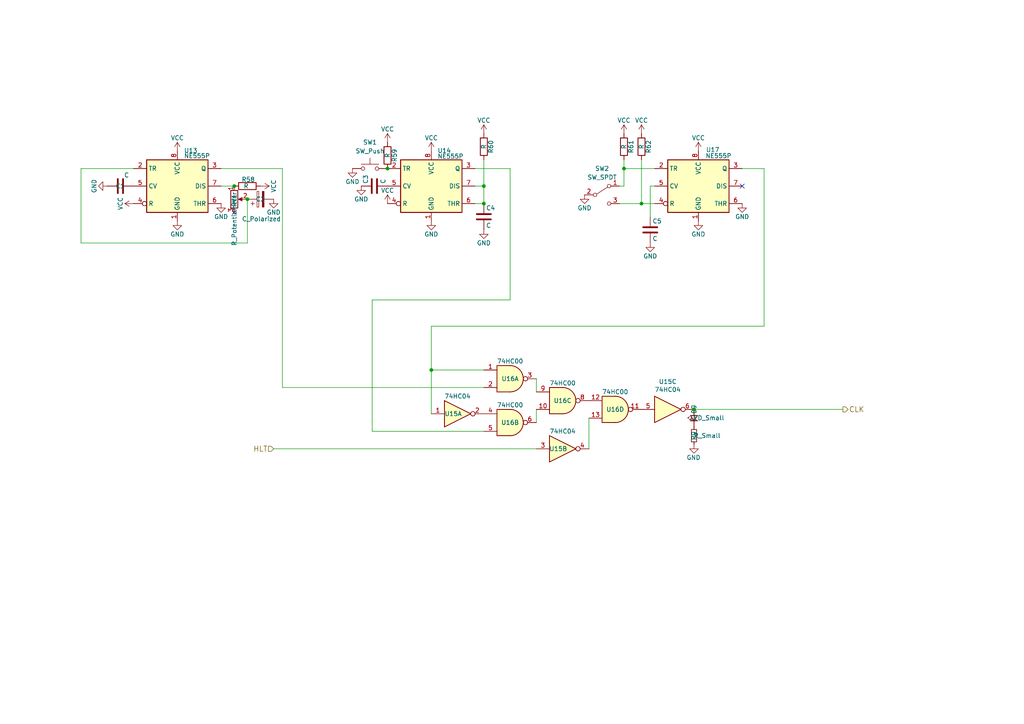
<source format=kicad_sch>
(kicad_sch (version 20230121) (generator eeschema)
  (paper "A4")
  (lib_symbols
    (symbol "74xx:74HC00" (pin_names (offset 1.016))
      (property "Reference" "U" (at 0 1.27 0))
      (property "Value" "74HC00" (at 0 -1.27 0))
      (symbol "74HC00_1_1"
        (arc (start 0 -3.81) (mid 3.7934 0) (end 0 3.81) (stroke (width 0.254)) (fill (type background)))
        (polyline (pts (xy 0 3.81) (xy -3.81 3.81) (xy -3.81 -3.81) (xy 0 -3.81)) (stroke (width 0.254)) (fill (type background)))
        (pin input line (at -7.62 2.54 0) (length 3.81) (name "~") (number "1"))
        (pin input line (at -7.62 -2.54 0) (length 3.81) (name "~") (number "2"))
        (pin output inverted (at 7.62 0 180) (length 3.81) (name "~") (number "3"))
      )
      (symbol "74HC00_1_2"
        (arc (start -3.81 -3.81) (mid -2.589 0) (end -3.81 3.81) (stroke (width 0.254)))
        (arc (start -0.6096 -3.81) (mid 2.1842 -2.5851) (end 3.81 0) (stroke (width 0.254)) (fill (type background)))
        (polyline (pts (xy -3.81 -3.81) (xy -0.635 -3.81)) (stroke (width 0.254)) (fill (type background)))
        (polyline (pts (xy -3.81 3.81) (xy -0.635 3.81)) (stroke (width 0.254)) (fill (type background)))
        (polyline (pts (xy -0.635 3.81) (xy -3.81 3.81) (xy -3.81 3.81) (xy -3.556 3.4036) (xy -3.0226 2.2606) (xy -2.6924 1.0414) (xy -2.6162 -0.254) (xy -2.7686 -1.4986) (xy -3.175 -2.7178) (xy -3.81 -3.81) (xy -3.81 -3.81) (xy -0.635 -3.81)) (stroke (width -25.4)) (fill (type background)))
        (arc (start 3.81 0) (mid 2.1915 2.5936) (end -0.6096 3.81) (stroke (width 0.254)) (fill (type background)))
        (pin input inverted (at -7.62 2.54 0) (length 4.318) (name "~") (number "1"))
        (pin input inverted (at -7.62 -2.54 0) (length 4.318) (name "~") (number "2"))
        (pin output line (at 7.62 0 180) (length 3.81) (name "~") (number "3"))
      )
      (symbol "74HC00_2_1"
        (arc (start 0 -3.81) (mid 3.7934 0) (end 0 3.81) (stroke (width 0.254)) (fill (type background)))
        (polyline (pts (xy 0 3.81) (xy -3.81 3.81) (xy -3.81 -3.81) (xy 0 -3.81)) (stroke (width 0.254)) (fill (type background)))
        (pin input line (at -7.62 2.54 0) (length 3.81) (name "~") (number "4"))
        (pin input line (at -7.62 -2.54 0) (length 3.81) (name "~") (number "5"))
        (pin output inverted (at 7.62 0 180) (length 3.81) (name "~") (number "6"))
      )
      (symbol "74HC00_2_2"
        (arc (start -3.81 -3.81) (mid -2.589 0) (end -3.81 3.81) (stroke (width 0.254)))
        (arc (start -0.6096 -3.81) (mid 2.1842 -2.5851) (end 3.81 0) (stroke (width 0.254)) (fill (type background)))
        (polyline (pts (xy -3.81 -3.81) (xy -0.635 -3.81)) (stroke (width 0.254)) (fill (type background)))
        (polyline (pts (xy -3.81 3.81) (xy -0.635 3.81)) (stroke (width 0.254)) (fill (type background)))
        (polyline (pts (xy -0.635 3.81) (xy -3.81 3.81) (xy -3.81 3.81) (xy -3.556 3.4036) (xy -3.0226 2.2606) (xy -2.6924 1.0414) (xy -2.6162 -0.254) (xy -2.7686 -1.4986) (xy -3.175 -2.7178) (xy -3.81 -3.81) (xy -3.81 -3.81) (xy -0.635 -3.81)) (stroke (width -25.4)) (fill (type background)))
        (arc (start 3.81 0) (mid 2.1915 2.5936) (end -0.6096 3.81) (stroke (width 0.254)) (fill (type background)))
        (pin input inverted (at -7.62 2.54 0) (length 4.318) (name "~") (number "4"))
        (pin input inverted (at -7.62 -2.54 0) (length 4.318) (name "~") (number "5"))
        (pin output line (at 7.62 0 180) (length 3.81) (name "~") (number "6"))
      )
      (symbol "74HC00_3_1"
        (arc (start 0 -3.81) (mid 3.7934 0) (end 0 3.81) (stroke (width 0.254)) (fill (type background)))
        (polyline (pts (xy 0 3.81) (xy -3.81 3.81) (xy -3.81 -3.81) (xy 0 -3.81)) (stroke (width 0.254)) (fill (type background)))
        (pin input line (at -7.62 -2.54 0) (length 3.81) (name "~") (number "10"))
        (pin output inverted (at 7.62 0 180) (length 3.81) (name "~") (number "8"))
        (pin input line (at -7.62 2.54 0) (length 3.81) (name "~") (number "9"))
      )
      (symbol "74HC00_3_2"
        (arc (start -3.81 -3.81) (mid -2.589 0) (end -3.81 3.81) (stroke (width 0.254)))
        (arc (start -0.6096 -3.81) (mid 2.1842 -2.5851) (end 3.81 0) (stroke (width 0.254)) (fill (type background)))
        (polyline (pts (xy -3.81 -3.81) (xy -0.635 -3.81)) (stroke (width 0.254)) (fill (type background)))
        (polyline (pts (xy -3.81 3.81) (xy -0.635 3.81)) (stroke (width 0.254)) (fill (type background)))
        (polyline (pts (xy -0.635 3.81) (xy -3.81 3.81) (xy -3.81 3.81) (xy -3.556 3.4036) (xy -3.0226 2.2606) (xy -2.6924 1.0414) (xy -2.6162 -0.254) (xy -2.7686 -1.4986) (xy -3.175 -2.7178) (xy -3.81 -3.81) (xy -3.81 -3.81) (xy -0.635 -3.81)) (stroke (width -25.4)) (fill (type background)))
        (arc (start 3.81 0) (mid 2.1915 2.5936) (end -0.6096 3.81) (stroke (width 0.254)) (fill (type background)))
        (pin input inverted (at -7.62 -2.54 0) (length 4.318) (name "~") (number "10"))
        (pin output line (at 7.62 0 180) (length 3.81) (name "~") (number "8"))
        (pin input inverted (at -7.62 2.54 0) (length 4.318) (name "~") (number "9"))
      )
      (symbol "74HC00_4_1"
        (arc (start 0 -3.81) (mid 3.7934 0) (end 0 3.81) (stroke (width 0.254)) (fill (type background)))
        (polyline (pts (xy 0 3.81) (xy -3.81 3.81) (xy -3.81 -3.81) (xy 0 -3.81)) (stroke (width 0.254)) (fill (type background)))
        (pin output inverted (at 7.62 0 180) (length 3.81) (name "~") (number "11"))
        (pin input line (at -7.62 2.54 0) (length 3.81) (name "~") (number "12"))
        (pin input line (at -7.62 -2.54 0) (length 3.81) (name "~") (number "13"))
      )
      (symbol "74HC00_4_2"
        (arc (start -3.81 -3.81) (mid -2.589 0) (end -3.81 3.81) (stroke (width 0.254)))
        (arc (start -0.6096 -3.81) (mid 2.1842 -2.5851) (end 3.81 0) (stroke (width 0.254)) (fill (type background)))
        (polyline (pts (xy -3.81 -3.81) (xy -0.635 -3.81)) (stroke (width 0.254)) (fill (type background)))
        (polyline (pts (xy -3.81 3.81) (xy -0.635 3.81)) (stroke (width 0.254)) (fill (type background)))
        (polyline (pts (xy -0.635 3.81) (xy -3.81 3.81) (xy -3.81 3.81) (xy -3.556 3.4036) (xy -3.0226 2.2606) (xy -2.6924 1.0414) (xy -2.6162 -0.254) (xy -2.7686 -1.4986) (xy -3.175 -2.7178) (xy -3.81 -3.81) (xy -3.81 -3.81) (xy -0.635 -3.81)) (stroke (width -25.4)) (fill (type background)))
        (arc (start 3.81 0) (mid 2.1915 2.5936) (end -0.6096 3.81) (stroke (width 0.254)) (fill (type background)))
        (pin output line (at 7.62 0 180) (length 3.81) (name "~") (number "11"))
        (pin input inverted (at -7.62 2.54 0) (length 4.318) (name "~") (number "12"))
        (pin input inverted (at -7.62 -2.54 0) (length 4.318) (name "~") (number "13"))
      )
      (symbol "74HC00_5_0"
        (pin power_in line (at 0 12.7 270) (length 5.08) (name "VCC") (number "14"))
        (pin power_in line (at 0 -12.7 90) (length 5.08) (name "GND") (number "7"))
      )
      (symbol "74HC00_5_1"
        (rectangle (start -5.08 7.62) (end 5.08 -7.62) (stroke (width 0.254)) (fill (type background)))
      )
    )
    (symbol "74xx:74HC04"
      (property "Reference" "U" (at 0 1.27 0))
      (property "Value" "74HC04" (at 0 -1.27 0))
      (symbol "74HC04_1_0"
        (polyline (pts (xy -3.81 3.81) (xy -3.81 -3.81) (xy 3.81 0) (xy -3.81 3.81)) (stroke (width 0.254)) (fill (type background)))
        (pin input line (at -7.62 0 0) (length 3.81) (name "~") (number "1"))
        (pin output inverted (at 7.62 0 180) (length 3.81) (name "~") (number "2"))
      )
      (symbol "74HC04_2_0"
        (polyline (pts (xy -3.81 3.81) (xy -3.81 -3.81) (xy 3.81 0) (xy -3.81 3.81)) (stroke (width 0.254)) (fill (type background)))
        (pin input line (at -7.62 0 0) (length 3.81) (name "~") (number "3"))
        (pin output inverted (at 7.62 0 180) (length 3.81) (name "~") (number "4"))
      )
      (symbol "74HC04_3_0"
        (polyline (pts (xy -3.81 3.81) (xy -3.81 -3.81) (xy 3.81 0) (xy -3.81 3.81)) (stroke (width 0.254)) (fill (type background)))
        (pin input line (at -7.62 0 0) (length 3.81) (name "~") (number "5"))
        (pin output inverted (at 7.62 0 180) (length 3.81) (name "~") (number "6"))
      )
      (symbol "74HC04_4_0"
        (polyline (pts (xy -3.81 3.81) (xy -3.81 -3.81) (xy 3.81 0) (xy -3.81 3.81)) (stroke (width 0.254)) (fill (type background)))
        (pin output inverted (at 7.62 0 180) (length 3.81) (name "~") (number "8"))
        (pin input line (at -7.62 0 0) (length 3.81) (name "~") (number "9"))
      )
      (symbol "74HC04_5_0"
        (polyline (pts (xy -3.81 3.81) (xy -3.81 -3.81) (xy 3.81 0) (xy -3.81 3.81)) (stroke (width 0.254)) (fill (type background)))
        (pin output inverted (at 7.62 0 180) (length 3.81) (name "~") (number "10"))
        (pin input line (at -7.62 0 0) (length 3.81) (name "~") (number "11"))
      )
      (symbol "74HC04_6_0"
        (polyline (pts (xy -3.81 3.81) (xy -3.81 -3.81) (xy 3.81 0) (xy -3.81 3.81)) (stroke (width 0.254)) (fill (type background)))
        (pin output inverted (at 7.62 0 180) (length 3.81) (name "~") (number "12"))
        (pin input line (at -7.62 0 0) (length 3.81) (name "~") (number "13"))
      )
      (symbol "74HC04_7_0"
        (pin power_in line (at 0 12.7 270) (length 5.08) (name "VCC") (number "14"))
        (pin power_in line (at 0 -12.7 90) (length 5.08) (name "GND") (number "7"))
      )
      (symbol "74HC04_7_1"
        (rectangle (start -5.08 7.62) (end 5.08 -7.62) (stroke (width 0.254)) (fill (type background)))
      )
    )
    (symbol "Device:C" (pin_numbers hide) (pin_names (offset 0.254))
      (property "Reference" "C" (at 0.635 2.54 0))
      (property "Value" "C" (at 0.635 -2.54 0))
      (symbol "C_0_1"
        (polyline (pts (xy -2.032 -0.762) (xy 2.032 -0.762)) (stroke (width 0.508)))
        (polyline (pts (xy -2.032 0.762) (xy 2.032 0.762)) (stroke (width 0.508)))
      )
      (symbol "C_1_1"
        (pin passive line (at 0 3.81 270) (length 2.794) (name "~") (number "1"))
        (pin passive line (at 0 -3.81 90) (length 2.794) (name "~") (number "2"))
      )
    )
    (symbol "Device:C_Polarized" (pin_numbers hide) (pin_names (offset 0.254))
      (property "Reference" "C" (at 0.635 2.54 0))
      (property "Value" "C_Polarized" (at 0.635 -2.54 0))
      (symbol "C_Polarized_0_1"
        (rectangle (start -2.286 0.508) (end 2.286 1.016))
        (polyline (pts (xy -1.778 2.286) (xy -0.762 2.286)))
        (polyline (pts (xy -1.27 2.794) (xy -1.27 1.778)))
        (rectangle (start 2.286 -0.508) (end -2.286 -1.016) (fill (type outline)))
      )
      (symbol "C_Polarized_1_1"
        (pin passive line (at 0 3.81 270) (length 2.794) (name "~") (number "1"))
        (pin passive line (at 0 -3.81 90) (length 2.794) (name "~") (number "2"))
      )
    )
    (symbol "Device:LED_Small" (pin_numbers hide) (pin_names (offset 0.254) hide)
      (property "Reference" "D" (at -1.27 3.175 0))
      (property "Value" "LED_Small" (at -4.445 -2.54 0))
      (symbol "LED_Small_0_1"
        (polyline (pts (xy -0.762 -1.016) (xy -0.762 1.016)) (stroke (width 0.254)))
        (polyline (pts (xy 1.016 0) (xy -0.762 0)))
        (polyline (pts (xy 0.762 -1.016) (xy -0.762 0) (xy 0.762 1.016) (xy 0.762 -1.016)) (stroke (width 0.254)))
        (polyline (pts (xy 0 0.762) (xy -0.508 1.27) (xy -0.254 1.27) (xy -0.508 1.27) (xy -0.508 1.016)))
        (polyline (pts (xy 0.508 1.27) (xy 0 1.778) (xy 0.254 1.778) (xy 0 1.778) (xy 0 1.524)))
      )
      (symbol "LED_Small_1_1"
        (pin passive line (at -2.54 0 0) (length 1.778) (name "K") (number "1"))
        (pin passive line (at 2.54 0 180) (length 1.778) (name "A") (number "2"))
      )
    )
    (symbol "Device:R" (pin_numbers hide) (pin_names (offset 0))
      (property "Reference" "R" (at 2.032 0 90))
      (property "Value" "R" (at 0 0 90))
      (symbol "R_0_1"
        (rectangle (start -1.016 -2.54) (end 1.016 2.54) (stroke (width 0.254)))
      )
      (symbol "R_1_1"
        (pin passive line (at 0 3.81 270) (length 1.27) (name "~") (number "1"))
        (pin passive line (at 0 -3.81 90) (length 1.27) (name "~") (number "2"))
      )
    )
    (symbol "Device:R_Potentiometer" (pin_names (offset 1.016) hide)
      (property "Reference" "RV" (at -4.445 0 90))
      (property "Value" "R_Potentiometer" (at -2.54 0 90))
      (symbol "R_Potentiometer_0_1"
        (polyline (pts (xy 2.54 0) (xy 1.524 0)))
        (polyline (pts (xy 1.143 0) (xy 2.286 0.508) (xy 2.286 -0.508) (xy 1.143 0)) (fill (type outline)))
        (rectangle (start 1.016 2.54) (end -1.016 -2.54) (stroke (width 0.254)))
      )
      (symbol "R_Potentiometer_1_1"
        (pin passive line (at 0 3.81 270) (length 1.27) (name "1") (number "1"))
        (pin passive line (at 3.81 0 180) (length 1.27) (name "2") (number "2"))
        (pin passive line (at 0 -3.81 90) (length 1.27) (name "3") (number "3"))
      )
    )
    (symbol "Device:R_Small" (pin_numbers hide) (pin_names (offset 0.254) hide)
      (property "Reference" "R" (at 0.762 0.508 0))
      (property "Value" "R_Small" (at 0.762 -1.016 0))
      (symbol "R_Small_0_1"
        (rectangle (start -0.762 1.778) (end 0.762 -1.778) (stroke (width 0.2032)))
      )
      (symbol "R_Small_1_1"
        (pin passive line (at 0 2.54 270) (length 0.762) (name "~") (number "1"))
        (pin passive line (at 0 -2.54 90) (length 0.762) (name "~") (number "2"))
      )
    )
    (symbol "Switch:SW_Push" (pin_numbers hide) (pin_names (offset 1.016) hide)
      (property "Reference" "SW" (at 1.27 2.54 0))
      (property "Value" "SW_Push" (at 0 -1.524 0))
      (symbol "SW_Push_0_1"
        (circle (center -2.032 0) (radius 0.508))
        (polyline (pts (xy 0 1.27) (xy 0 3.048)))
        (polyline (pts (xy 2.54 1.27) (xy -2.54 1.27)))
        (circle (center 2.032 0) (radius 0.508))
        (pin passive line (at -5.08 0 0) (length 2.54) (name "1") (number "1"))
        (pin passive line (at 5.08 0 180) (length 2.54) (name "2") (number "2"))
      )
    )
    (symbol "Switch:SW_SPDT" (pin_names (offset 0) hide)
      (property "Reference" "SW" (at 0 4.318 0))
      (property "Value" "SW_SPDT" (at 0 -5.08 0))
      (symbol "SW_SPDT_0_0"
        (circle (center -2.032 0) (radius 0.508))
        (circle (center 2.032 -2.54) (radius 0.508))
      )
      (symbol "SW_SPDT_0_1"
        (polyline (pts (xy -1.524 0.254) (xy 1.651 2.286)))
        (circle (center 2.032 2.54) (radius 0.508))
      )
      (symbol "SW_SPDT_1_1"
        (pin passive line (at 5.08 2.54 180) (length 2.54) (name "A") (number "1"))
        (pin passive line (at -5.08 0 0) (length 2.54) (name "B") (number "2"))
        (pin passive line (at 5.08 -2.54 180) (length 2.54) (name "C") (number "3"))
      )
    )
    (symbol "Timer:NE555P"
      (property "Reference" "U" (at -10.16 8.89 0))
      (property "Value" "NE555P" (at 2.54 8.89 0))
      (symbol "NE555P_0_0"
        (pin power_in line (at 0 -10.16 90) (length 2.54) (name "GND") (number "1"))
        (pin power_in line (at 0 10.16 270) (length 2.54) (name "VCC") (number "8"))
      )
      (symbol "NE555P_0_1"
        (rectangle (start -8.89 -7.62) (end 8.89 7.62) (stroke (width 0.254)) (fill (type background)))
        (rectangle (start -8.89 -7.62) (end 8.89 7.62) (stroke (width 0.254)) (fill (type background)))
      )
      (symbol "NE555P_1_1"
        (pin input line (at -12.7 5.08 0) (length 3.81) (name "TR") (number "2"))
        (pin output line (at 12.7 5.08 180) (length 3.81) (name "Q") (number "3"))
        (pin input inverted (at -12.7 -5.08 0) (length 3.81) (name "R") (number "4"))
        (pin input line (at -12.7 0 0) (length 3.81) (name "CV") (number "5"))
        (pin input line (at 12.7 -5.08 180) (length 3.81) (name "THR") (number "6"))
        (pin input line (at 12.7 0 180) (length 3.81) (name "DIS") (number "7"))
      )
    )
    (symbol "power:GND" (power) (pin_names (offset 0))
      (property "Value" "GND" (at 0 -3.81 0))
      (symbol "GND_0_1"
        (polyline (pts (xy 0 0) (xy 0 -1.27) (xy 1.27 -1.27) (xy 0 -2.54) (xy -1.27 -1.27) (xy 0 -1.27)))
      )
      (symbol "GND_1_1"
        (pin power_in line (at 0 0 270) (length 0) hide (name "GND") (number "1"))
      )
    )
    (symbol "power:VCC" (power) (pin_names (offset 0))
      (property "Value" "VCC" (at 0 3.81 0))
      (symbol "VCC_0_1"
        (polyline (pts (xy -0.762 1.27) (xy 0 2.54)))
        (polyline (pts (xy 0 0) (xy 0 2.54)))
        (polyline (pts (xy 0 2.54) (xy 0.762 1.27)))
      )
      (symbol "VCC_1_1"
        (pin power_in line (at 0 0 90) (length 0) hide (name "VCC") (number "1"))
      )
    )
  )
  (junction (at 201.295 118.745))
  (junction (at 186.055 59.055))
  (junction (at 71.755 57.785))
  (junction (at 125.095 107.315))
  (junction (at 180.975 48.895))
  (junction (at 140.335 59.055))
  (junction (at 140.335 53.975))
  (junction (at 112.395 48.895))
  (junction (at 67.945 53.975))
  (no_connect (at 67.945 61.595))
  (no_connect (at 215.265 53.975))
  (wire (pts (xy 137.795 53.975) (xy 140.335 53.975)))
  (wire (pts (xy 107.95 86.995) (xy 107.95 125.095)))
  (wire (pts (xy 155.575 118.745) (xy 155.575 122.555)))
  (wire (pts (xy 188.595 53.975) (xy 188.595 62.865)))
  (wire (pts (xy 180.975 48.895) (xy 189.865 48.895)))
  (wire (pts (xy 64.135 53.975) (xy 67.945 53.975)))
  (wire (pts (xy 107.95 125.095) (xy 140.335 125.095)))
  (wire (pts (xy 201.295 118.745) (xy 244.475 118.745)))
  (wire (pts (xy 170.815 121.285) (xy 170.815 130.175)))
  (wire (pts (xy 186.055 59.055) (xy 189.865 59.055)))
  (wire (pts (xy 155.575 130.175) (xy 79.375 130.175)))
  (wire (pts (xy 23.495 48.895) (xy 23.495 70.485)))
  (wire (pts (xy 189.865 53.975) (xy 188.595 53.975)))
  (wire (pts (xy 221.615 94.615) (xy 221.615 48.895)))
  (wire (pts (xy 137.795 48.895) (xy 147.955 48.895)))
  (wire (pts (xy 71.755 57.785) (xy 71.755 70.485)))
  (wire (pts (xy 180.975 46.355) (xy 180.975 48.895)))
  (wire (pts (xy 186.055 46.355) (xy 186.055 59.055)))
  (wire (pts (xy 140.335 107.315) (xy 125.095 107.315)))
  (wire (pts (xy 64.135 48.895) (xy 81.915 48.895)))
  (wire (pts (xy 179.705 59.055) (xy 186.055 59.055)))
  (wire (pts (xy 147.955 48.895) (xy 147.955 86.995)))
  (wire (pts (xy 81.915 48.895) (xy 81.915 112.395)))
  (wire (pts (xy 125.095 107.315) (xy 125.095 94.615)))
  (wire (pts (xy 140.335 59.055) (xy 137.795 59.055)))
  (wire (pts (xy 125.095 94.615) (xy 221.615 94.615)))
  (wire (pts (xy 125.095 107.315) (xy 125.095 120.015)))
  (wire (pts (xy 180.975 53.975) (xy 179.705 53.975)))
  (wire (pts (xy 221.615 48.895) (xy 215.265 48.895)))
  (wire (pts (xy 155.575 109.855) (xy 155.575 113.665)))
  (wire (pts (xy 180.975 48.895) (xy 180.975 53.975)))
  (wire (pts (xy 71.755 70.485) (xy 23.495 70.485)))
  (wire (pts (xy 38.735 48.895) (xy 23.495 48.895)))
  (wire (pts (xy 107.95 86.995) (xy 147.955 86.995)))
  (wire (pts (xy 140.335 53.975) (xy 140.335 59.055)))
  (wire (pts (xy 140.335 112.395) (xy 81.915 112.395)))
  (wire (pts (xy 140.335 46.355) (xy 140.335 53.975)))
  (hierarchical_label "HLT" (shape input) (at 79.375 130.175 180) (effects (font (size 1.524 1.524))))
  (hierarchical_label "CLK" (shape output) (at 244.475 118.745 0) (effects (font (size 1.524 1.524))))
  (symbol (lib_id "Device:R") (at 71.755 53.975 90) (unit 1)
    (property "Reference" "R58" (at 72.009 52.07 90))
    (property "Value" "R" (at 71.374 53.975 90))
    (property "Footprint" "Resistor_THT:R_Axial_DIN0207_L6.3mm_D2.5mm_P7.62mm_Horizontal" (effects hide))
  )
  (symbol (lib_id "Device:R") (at 112.395 45.085 0) (unit 1)
    (property "Reference" "R59" (at 114.427 45.085 90))
    (property "Value" "R" (at 112.395 45.085 90))
    (property "Footprint" "Resistor_THT:R_Axial_DIN0207_L6.3mm_D2.5mm_P7.62mm_Horizontal" (effects hide))
  )
  (symbol (lib_id "Device:R") (at 186.055 42.545 0) (unit 1)
    (property "Reference" "R62" (at 188.087 42.545 90))
    (property "Value" "R" (at 186.055 42.545 90))
    (property "Footprint" "Resistor_THT:R_Axial_DIN0207_L6.3mm_D2.5mm_P7.62mm_Horizontal" (effects hide))
  )
  (symbol (lib_id "Device:R") (at 180.975 42.545 0) (unit 1)
    (property "Reference" "R61" (at 183.007 42.545 90))
    (property "Value" "R" (at 180.975 42.545 90))
    (property "Footprint" "Resistor_THT:R_Axial_DIN0207_L6.3mm_D2.5mm_P7.62mm_Horizontal" (effects hide))
  )
  (symbol (lib_id "Device:R") (at 140.335 42.545 0) (unit 1)
    (property "Reference" "R60" (at 142.367 42.545 90))
    (property "Value" "R" (at 140.335 42.545 90))
    (property "Footprint" "Resistor_THT:R_Axial_DIN0207_L6.3mm_D2.5mm_P7.62mm_Horizontal" (effects hide))
  )
  (symbol (lib_id "Device:C") (at 34.925 53.975 90) (unit 1)
    (property "Reference" "C1" (at 36.195 53.975 90) (effects (justify left)))
    (property "Value" "C" (at 37.465 50.8 90) (effects (justify left)))
    (property "Footprint" "Capacitor_THT:C_Disc_D4.3mm_W1.9mm_P5.00mm" (effects hide))
  )
  (symbol (lib_id "Device:C") (at 108.585 53.975 90) (unit 1)
    (property "Reference" "C3" (at 106.045 53.34 0) (effects (justify left)))
    (property "Value" "C" (at 111.125 53.34 0) (effects (justify left)))
    (property "Footprint" "Capacitor_THT:C_Disc_D4.3mm_W1.9mm_P5.00mm" (effects hide))
  )
  (symbol (lib_id "Device:C") (at 188.595 66.675 0) (unit 1)
    (property "Reference" "C5" (at 189.23 64.135 0) (effects (justify left)))
    (property "Value" "C" (at 189.23 69.215 0) (effects (justify left)))
    (property "Footprint" "Capacitor_THT:C_Disc_D4.3mm_W1.9mm_P5.00mm" (effects hide))
  )
  (symbol (lib_id "Device:C") (at 140.335 62.865 0) (unit 1)
    (property "Reference" "C4" (at 140.97 60.325 0) (effects (justify left)))
    (property "Value" "C" (at 140.97 65.405 0) (effects (justify left)))
    (property "Footprint" "Capacitor_THT:C_Disc_D4.3mm_W1.9mm_P5.00mm" (effects hide))
  )
  (symbol (lib_id "power:GND") (at 79.375 57.785 0) (unit 1)
    (property "Reference" "#PWR075" (effects hide))
    (property "Value" "GND" (at 79.375 61.595 0))
  )
  (symbol (lib_id "power:GND") (at 140.335 66.675 0) (unit 1)
    (property "Reference" "#PWR083" (effects hide))
    (property "Value" "GND" (at 140.335 70.485 0))
  )
  (symbol (lib_id "power:GND") (at 169.545 56.515 0) (unit 1)
    (property "Reference" "#PWR084" (effects hide))
    (property "Value" "GND" (at 169.545 60.325 0))
  )
  (symbol (lib_id "power:VCC") (at 75.565 53.975 270) (unit 1)
    (property "Reference" "#PWR074" (effects hide))
    (property "Value" "VCC" (at 79.375 53.975 0))
  )
  (symbol (lib_id "power:VCC") (at 112.395 41.275 0) (unit 1)
    (property "Reference" "#PWR078" (effects hide))
    (property "Value" "VCC" (at 112.395 37.465 0))
  )
  (symbol (lib_id "power:VCC") (at 202.565 43.815 0) (unit 1)
    (property "Reference" "#PWR089" (effects hide))
    (property "Value" "VCC" (at 202.565 40.005 0))
  )
  (symbol (lib_id "74xx:74HC00") (at 147.955 109.855 0) (unit 1)
    (property "Reference" "U16" (at 147.955 109.855 0))
    (property "Value" "74HC00" (at 147.955 104.775 0))
    (property "Datasheet" "http://www.ti.com/lit/gpn/sn74hc00" (effects hide))
  )
  (symbol (lib_id "74xx:74HC00") (at 147.955 122.555 0) (unit 2)
    (property "Reference" "U16" (at 147.955 122.555 0))
    (property "Value" "74HC00" (at 147.955 117.475 0))
    (property "Datasheet" "http://www.ti.com/lit/gpn/sn74hc00" (effects hide))
  )
  (symbol (lib_id "74xx:74HC00") (at 163.195 116.205 0) (unit 3)
    (property "Reference" "U16" (at 163.195 116.205 0))
    (property "Value" "74HC00" (at 163.195 111.125 0))
    (property "Datasheet" "http://www.ti.com/lit/gpn/sn74hc00" (effects hide))
  )
  (symbol (lib_id "74xx:74HC00") (at 178.435 118.745 0) (unit 4)
    (property "Reference" "U16" (at 178.435 118.745 0))
    (property "Value" "74HC00" (at 178.435 113.665 0))
    (property "Datasheet" "http://www.ti.com/lit/gpn/sn74hc00" (effects hide))
  )
  (symbol (lib_id "74xx:74HC04") (at 132.715 120.015 0) (unit 1)
    (property "Reference" "U15" (at 131.445 120.015 0))
    (property "Value" "74HC04" (at 132.715 114.935 0))
    (property "Datasheet" "https://assets.nexperia.com/documents/data-sheet/74HC_HCT04.pdf" (effects hide))
  )
  (symbol (lib_id "74xx:74HC04") (at 163.195 130.175 0) (unit 2)
    (property "Reference" "U15" (at 161.925 130.175 0))
    (property "Value" "74HC04" (at 163.195 125.095 0))
    (property "Datasheet" "https://assets.nexperia.com/documents/data-sheet/74HC_HCT04.pdf" (effects hide))
  )
  (symbol (lib_id "74xx:74HC04") (at 193.675 118.745 0) (unit 3)
    (property "Reference" "U15" (at 193.675 110.6932 0))
    (property "Value" "74HC04" (at 193.675 113.0046 0))
    (property "Datasheet" "https://assets.nexperia.com/documents/data-sheet/74HC_HCT04.pdf" (effects hide))
  )
  (symbol (lib_id "power:GND") (at 104.775 53.975 0) (unit 1)
    (property "Reference" "#PWR077" (effects hide))
    (property "Value" "GND" (at 104.775 57.785 0))
  )
  (symbol (lib_id "power:GND") (at 201.295 128.905 0) (unit 1)
    (property "Reference" "#PWR04" (effects hide))
    (property "Value" "GND" (at 203.2 132.715 0) (effects (justify right)))
    (instances (project "8bit-computer" (path "" (reference "#PWR04") (unit 1)) (path "" (reference "#PWR088") (unit 1))))
  )
  (symbol (lib_id "power:GND") (at 51.435 64.135 0) (unit 1)
    (property "Reference" "#PWR072" (effects hide))
    (property "Value" "GND" (at 51.435 67.945 0))
  )
  (symbol (lib_id "power:GND") (at 125.095 64.135 0) (unit 1)
    (property "Reference" "#PWR081" (effects hide))
    (property "Value" "GND" (at 125.095 67.945 0))
  )
  (symbol (lib_id "power:GND") (at 31.115 53.975 270) (unit 1)
    (property "Reference" "#PWR069" (effects hide))
    (property "Value" "GND" (at 27.305 53.975 0))
  )
  (symbol (lib_id "power:VCC") (at 180.975 38.735 0) (unit 1)
    (property "Reference" "#PWR085" (effects hide))
    (property "Value" "VCC" (at 180.975 34.925 0))
  )
  (symbol (lib_id "power:VCC") (at 38.735 59.055 90) (unit 1)
    (property "Reference" "#PWR070" (effects hide))
    (property "Value" "VCC" (at 34.925 59.055 0))
  )
  (symbol (lib_id "power:VCC") (at 125.095 43.815 0) (unit 1)
    (property "Reference" "#PWR080" (effects hide))
    (property "Value" "VCC" (at 125.095 40.005 0))
  )
  (symbol (lib_id "power:VCC") (at 186.055 38.735 0) (unit 1)
    (property "Reference" "#PWR086" (effects hide))
    (property "Value" "VCC" (at 186.055 34.925 0))
  )
  (symbol (lib_id "power:GND") (at 215.265 59.055 0) (unit 1)
    (property "Reference" "#PWR091" (effects hide))
    (property "Value" "GND" (at 215.265 62.865 0))
  )
  (symbol (lib_id "Switch:SW_Push") (at 107.315 48.895 0) (unit 1)
    (property "Reference" "SW1" (at 107.315 41.275 0))
    (property "Value" "SW_Push" (at 107.315 43.815 0))
  )
  (symbol (lib_id "Timer:NE555P") (at 51.435 53.975 0) (unit 1)
    (property "Reference" "U13" (at 53.34 43.688 0) (effects (justify left)))
    (property "Value" "NE555P" (at 53.34 45.212 0) (effects (justify left)))
    (property "Footprint" "Package_DIP:DIP-8_W7.62mm" (effects hide))
    (property "Datasheet" "http://www.ti.com/lit/ds/symlink/ne555.pdf" (effects hide))
  )
  (symbol (lib_id "Device:R_Small") (at 201.295 126.365 0) (unit 1)
    (property "Reference" "R9" (at 201.295 126.365 90))
    (property "Value" "R_Small" (at 205.105 126.365 0))
    (instances (project "8bit-computer" (path "" (reference "R9") (unit 1)) (path "" (reference "R63") (unit 1))))
  )
  (symbol (lib_id "Device:R_Potentiometer") (at 67.945 57.785 0) (unit 1)
    (property "Reference" "RV1" (at 67.945 56.261 90) (effects (justify right)))
    (property "Value" "R_Potentiometer" (at 67.945 55.626 90) (effects (justify right)))
  )
  (symbol (lib_id "power:GND") (at 202.565 64.135 0) (unit 1)
    (property "Reference" "#PWR090" (effects hide))
    (property "Value" "GND" (at 202.565 67.945 0))
  )
  (symbol (lib_id "power:GND") (at 188.595 70.485 0) (unit 1)
    (property "Reference" "#PWR087" (effects hide))
    (property "Value" "GND" (at 188.595 74.295 0))
  )
  (symbol (lib_id "power:VCC") (at 112.395 59.055 0) (unit 1)
    (property "Reference" "#PWR079" (effects hide))
    (property "Value" "VCC" (at 112.395 55.245 0))
  )
  (symbol (lib_id "power:GND") (at 102.235 48.895 0) (unit 1)
    (property "Reference" "#PWR076" (effects hide))
    (property "Value" "GND" (at 102.235 52.705 0))
  )
  (symbol (lib_id "power:GND") (at 64.135 59.055 0) (unit 1)
    (property "Reference" "#PWR073" (effects hide))
    (property "Value" "GND" (at 64.135 62.865 0))
  )
  (symbol (lib_id "Switch:SW_SPDT") (at 174.625 56.515 0) (unit 1)
    (property "Reference" "SW2" (at 174.625 48.895 0))
    (property "Value" "SW_SPDT" (at 174.625 51.435 0))
  )
  (symbol (lib_id "power:VCC") (at 51.435 43.815 0) (unit 1)
    (property "Reference" "#PWR071" (effects hide))
    (property "Value" "VCC" (at 51.435 40.005 0))
  )
  (symbol (lib_id "Device:C_Polarized") (at 75.565 57.785 90) (unit 1)
    (property "Reference" "C2" (at 75.565 57.785 90))
    (property "Value" "C_Polarized" (at 75.819 63.5 90))
  )
  (symbol (lib_id "Timer:NE555P") (at 202.565 53.975 0) (unit 1)
    (property "Reference" "U17" (at 204.724 43.434 0) (effects (justify left)))
    (property "Value" "NE555P" (at 204.597 45.212 0) (effects (justify left)))
    (property "Footprint" "Package_DIP:DIP-8_W7.62mm" (effects hide))
    (property "Datasheet" "http://www.ti.com/lit/ds/symlink/ne555.pdf" (effects hide))
  )
  (symbol (lib_id "Device:LED_Small") (at 201.295 121.285 90) (unit 1)
    (property "Reference" "D9" (at 201.295 118.6815 0))
    (property "Value" "LED_Small" (at 205.105 121.2215 90))
    (instances (project "8bit-computer" (path "" (reference "D9") (unit 1)) (path "" (reference "D58") (unit 1))))
  )
  (symbol (lib_id "power:VCC") (at 140.335 38.735 0) (unit 1)
    (property "Reference" "#PWR082" (effects hide))
    (property "Value" "VCC" (at 140.335 34.925 0))
  )
  (symbol (lib_id "Timer:NE555P") (at 125.095 53.975 0) (unit 1)
    (property "Reference" "U14" (at 126.873 43.688 0) (effects (justify left)))
    (property "Value" "NE555P" (at 126.873 45.339 0) (effects (justify left)))
    (property "Footprint" "Package_DIP:DIP-8_W7.62mm" (effects hide))
    (property "Datasheet" "http://www.ti.com/lit/ds/symlink/ne555.pdf" (effects hide))
  )
)
</source>
